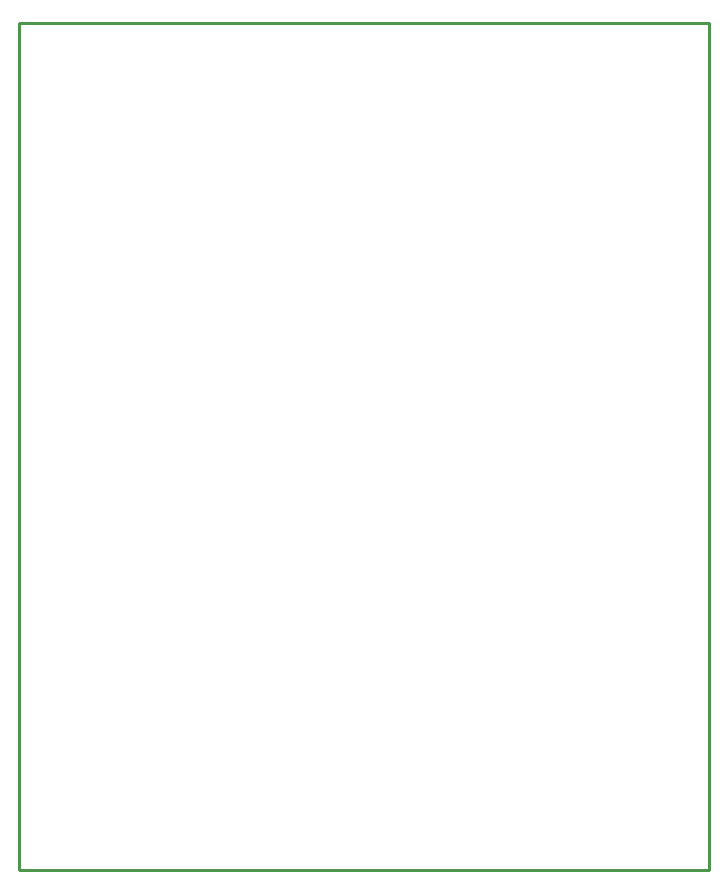
<source format=gbr>
G04 EAGLE Gerber RS-274X export*
G75*
%MOMM*%
%FSLAX34Y34*%
%LPD*%
%IN*%
%IPPOS*%
%AMOC8*
5,1,8,0,0,1.08239X$1,22.5*%
G01*
%ADD10C,0.254000*%


D10*
X0Y0D02*
X584000Y0D01*
X584200Y717550D01*
X0Y717550D01*
X0Y0D01*
M02*

</source>
